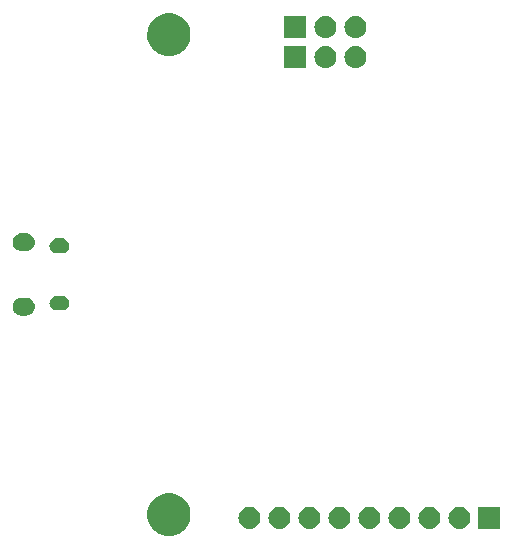
<source format=gbs>
G04 #@! TF.GenerationSoftware,KiCad,Pcbnew,5.0.1-33cea8e~68~ubuntu18.04.1*
G04 #@! TF.CreationDate,2018-12-09T10:12:36+01:00*
G04 #@! TF.ProjectId,NFC_adapter,4E46435F616461707465722E6B696361,rev?*
G04 #@! TF.SameCoordinates,PX6239c08PY7b26c20*
G04 #@! TF.FileFunction,Soldermask,Bot*
G04 #@! TF.FilePolarity,Negative*
%FSLAX46Y46*%
G04 Gerber Fmt 4.6, Leading zero omitted, Abs format (unit mm)*
G04 Created by KiCad (PCBNEW 5.0.1-33cea8e~68~ubuntu18.04.1) date ned 09 dec 2018 10:12:36 CET*
%MOMM*%
%LPD*%
G01*
G04 APERTURE LIST*
G04 #@! TA.AperFunction,NonConductor*
%ADD10C,0.100000*%
G04 #@! TD*
G04 APERTURE END LIST*
D10*
G36*
X14275327Y5622479D02*
X14540791Y5569675D01*
X14873830Y5431725D01*
X15173557Y5231454D01*
X15428454Y4976557D01*
X15628725Y4676830D01*
X15766675Y4343791D01*
X15837000Y3990239D01*
X15837000Y3629761D01*
X15766675Y3276209D01*
X15628725Y2943170D01*
X15428454Y2643443D01*
X15173557Y2388546D01*
X14873830Y2188275D01*
X14540791Y2050325D01*
X14275327Y1997521D01*
X14187241Y1980000D01*
X13826759Y1980000D01*
X13738673Y1997521D01*
X13473209Y2050325D01*
X13140170Y2188275D01*
X12840443Y2388546D01*
X12585546Y2643443D01*
X12385275Y2943170D01*
X12247325Y3276209D01*
X12177000Y3629761D01*
X12177000Y3990239D01*
X12247325Y4343791D01*
X12385275Y4676830D01*
X12585546Y4976557D01*
X12840443Y5231454D01*
X13140170Y5431725D01*
X13473209Y5569675D01*
X13738673Y5622479D01*
X13826759Y5640000D01*
X14187241Y5640000D01*
X14275327Y5622479D01*
X14275327Y5622479D01*
G37*
G36*
X42078000Y2626000D02*
X40218000Y2626000D01*
X40218000Y4486000D01*
X42078000Y4486000D01*
X42078000Y2626000D01*
X42078000Y2626000D01*
G37*
G36*
X38681006Y4483309D02*
X38790312Y4472543D01*
X38965617Y4419364D01*
X39127180Y4333008D01*
X39268791Y4216791D01*
X39385008Y4075180D01*
X39471364Y3913617D01*
X39524543Y3738312D01*
X39542499Y3556000D01*
X39524543Y3373688D01*
X39471364Y3198383D01*
X39385008Y3036820D01*
X39268791Y2895209D01*
X39127180Y2778992D01*
X38965617Y2692636D01*
X38790312Y2639457D01*
X38681006Y2628691D01*
X38653681Y2626000D01*
X38562319Y2626000D01*
X38534994Y2628691D01*
X38425688Y2639457D01*
X38250383Y2692636D01*
X38088820Y2778992D01*
X37947209Y2895209D01*
X37830992Y3036820D01*
X37744636Y3198383D01*
X37691457Y3373688D01*
X37673501Y3556000D01*
X37691457Y3738312D01*
X37744636Y3913617D01*
X37830992Y4075180D01*
X37947209Y4216791D01*
X38088820Y4333008D01*
X38250383Y4419364D01*
X38425688Y4472543D01*
X38534994Y4483309D01*
X38562319Y4486000D01*
X38653681Y4486000D01*
X38681006Y4483309D01*
X38681006Y4483309D01*
G37*
G36*
X36141006Y4483309D02*
X36250312Y4472543D01*
X36425617Y4419364D01*
X36587180Y4333008D01*
X36728791Y4216791D01*
X36845008Y4075180D01*
X36931364Y3913617D01*
X36984543Y3738312D01*
X37002499Y3556000D01*
X36984543Y3373688D01*
X36931364Y3198383D01*
X36845008Y3036820D01*
X36728791Y2895209D01*
X36587180Y2778992D01*
X36425617Y2692636D01*
X36250312Y2639457D01*
X36141006Y2628691D01*
X36113681Y2626000D01*
X36022319Y2626000D01*
X35994994Y2628691D01*
X35885688Y2639457D01*
X35710383Y2692636D01*
X35548820Y2778992D01*
X35407209Y2895209D01*
X35290992Y3036820D01*
X35204636Y3198383D01*
X35151457Y3373688D01*
X35133501Y3556000D01*
X35151457Y3738312D01*
X35204636Y3913617D01*
X35290992Y4075180D01*
X35407209Y4216791D01*
X35548820Y4333008D01*
X35710383Y4419364D01*
X35885688Y4472543D01*
X35994994Y4483309D01*
X36022319Y4486000D01*
X36113681Y4486000D01*
X36141006Y4483309D01*
X36141006Y4483309D01*
G37*
G36*
X33601006Y4483309D02*
X33710312Y4472543D01*
X33885617Y4419364D01*
X34047180Y4333008D01*
X34188791Y4216791D01*
X34305008Y4075180D01*
X34391364Y3913617D01*
X34444543Y3738312D01*
X34462499Y3556000D01*
X34444543Y3373688D01*
X34391364Y3198383D01*
X34305008Y3036820D01*
X34188791Y2895209D01*
X34047180Y2778992D01*
X33885617Y2692636D01*
X33710312Y2639457D01*
X33601006Y2628691D01*
X33573681Y2626000D01*
X33482319Y2626000D01*
X33454994Y2628691D01*
X33345688Y2639457D01*
X33170383Y2692636D01*
X33008820Y2778992D01*
X32867209Y2895209D01*
X32750992Y3036820D01*
X32664636Y3198383D01*
X32611457Y3373688D01*
X32593501Y3556000D01*
X32611457Y3738312D01*
X32664636Y3913617D01*
X32750992Y4075180D01*
X32867209Y4216791D01*
X33008820Y4333008D01*
X33170383Y4419364D01*
X33345688Y4472543D01*
X33454994Y4483309D01*
X33482319Y4486000D01*
X33573681Y4486000D01*
X33601006Y4483309D01*
X33601006Y4483309D01*
G37*
G36*
X31061006Y4483309D02*
X31170312Y4472543D01*
X31345617Y4419364D01*
X31507180Y4333008D01*
X31648791Y4216791D01*
X31765008Y4075180D01*
X31851364Y3913617D01*
X31904543Y3738312D01*
X31922499Y3556000D01*
X31904543Y3373688D01*
X31851364Y3198383D01*
X31765008Y3036820D01*
X31648791Y2895209D01*
X31507180Y2778992D01*
X31345617Y2692636D01*
X31170312Y2639457D01*
X31061006Y2628691D01*
X31033681Y2626000D01*
X30942319Y2626000D01*
X30914994Y2628691D01*
X30805688Y2639457D01*
X30630383Y2692636D01*
X30468820Y2778992D01*
X30327209Y2895209D01*
X30210992Y3036820D01*
X30124636Y3198383D01*
X30071457Y3373688D01*
X30053501Y3556000D01*
X30071457Y3738312D01*
X30124636Y3913617D01*
X30210992Y4075180D01*
X30327209Y4216791D01*
X30468820Y4333008D01*
X30630383Y4419364D01*
X30805688Y4472543D01*
X30914994Y4483309D01*
X30942319Y4486000D01*
X31033681Y4486000D01*
X31061006Y4483309D01*
X31061006Y4483309D01*
G37*
G36*
X28521006Y4483309D02*
X28630312Y4472543D01*
X28805617Y4419364D01*
X28967180Y4333008D01*
X29108791Y4216791D01*
X29225008Y4075180D01*
X29311364Y3913617D01*
X29364543Y3738312D01*
X29382499Y3556000D01*
X29364543Y3373688D01*
X29311364Y3198383D01*
X29225008Y3036820D01*
X29108791Y2895209D01*
X28967180Y2778992D01*
X28805617Y2692636D01*
X28630312Y2639457D01*
X28521006Y2628691D01*
X28493681Y2626000D01*
X28402319Y2626000D01*
X28374994Y2628691D01*
X28265688Y2639457D01*
X28090383Y2692636D01*
X27928820Y2778992D01*
X27787209Y2895209D01*
X27670992Y3036820D01*
X27584636Y3198383D01*
X27531457Y3373688D01*
X27513501Y3556000D01*
X27531457Y3738312D01*
X27584636Y3913617D01*
X27670992Y4075180D01*
X27787209Y4216791D01*
X27928820Y4333008D01*
X28090383Y4419364D01*
X28265688Y4472543D01*
X28374994Y4483309D01*
X28402319Y4486000D01*
X28493681Y4486000D01*
X28521006Y4483309D01*
X28521006Y4483309D01*
G37*
G36*
X25981006Y4483309D02*
X26090312Y4472543D01*
X26265617Y4419364D01*
X26427180Y4333008D01*
X26568791Y4216791D01*
X26685008Y4075180D01*
X26771364Y3913617D01*
X26824543Y3738312D01*
X26842499Y3556000D01*
X26824543Y3373688D01*
X26771364Y3198383D01*
X26685008Y3036820D01*
X26568791Y2895209D01*
X26427180Y2778992D01*
X26265617Y2692636D01*
X26090312Y2639457D01*
X25981006Y2628691D01*
X25953681Y2626000D01*
X25862319Y2626000D01*
X25834994Y2628691D01*
X25725688Y2639457D01*
X25550383Y2692636D01*
X25388820Y2778992D01*
X25247209Y2895209D01*
X25130992Y3036820D01*
X25044636Y3198383D01*
X24991457Y3373688D01*
X24973501Y3556000D01*
X24991457Y3738312D01*
X25044636Y3913617D01*
X25130992Y4075180D01*
X25247209Y4216791D01*
X25388820Y4333008D01*
X25550383Y4419364D01*
X25725688Y4472543D01*
X25834994Y4483309D01*
X25862319Y4486000D01*
X25953681Y4486000D01*
X25981006Y4483309D01*
X25981006Y4483309D01*
G37*
G36*
X23441006Y4483309D02*
X23550312Y4472543D01*
X23725617Y4419364D01*
X23887180Y4333008D01*
X24028791Y4216791D01*
X24145008Y4075180D01*
X24231364Y3913617D01*
X24284543Y3738312D01*
X24302499Y3556000D01*
X24284543Y3373688D01*
X24231364Y3198383D01*
X24145008Y3036820D01*
X24028791Y2895209D01*
X23887180Y2778992D01*
X23725617Y2692636D01*
X23550312Y2639457D01*
X23441006Y2628691D01*
X23413681Y2626000D01*
X23322319Y2626000D01*
X23294994Y2628691D01*
X23185688Y2639457D01*
X23010383Y2692636D01*
X22848820Y2778992D01*
X22707209Y2895209D01*
X22590992Y3036820D01*
X22504636Y3198383D01*
X22451457Y3373688D01*
X22433501Y3556000D01*
X22451457Y3738312D01*
X22504636Y3913617D01*
X22590992Y4075180D01*
X22707209Y4216791D01*
X22848820Y4333008D01*
X23010383Y4419364D01*
X23185688Y4472543D01*
X23294994Y4483309D01*
X23322319Y4486000D01*
X23413681Y4486000D01*
X23441006Y4483309D01*
X23441006Y4483309D01*
G37*
G36*
X20901006Y4483309D02*
X21010312Y4472543D01*
X21185617Y4419364D01*
X21347180Y4333008D01*
X21488791Y4216791D01*
X21605008Y4075180D01*
X21691364Y3913617D01*
X21744543Y3738312D01*
X21762499Y3556000D01*
X21744543Y3373688D01*
X21691364Y3198383D01*
X21605008Y3036820D01*
X21488791Y2895209D01*
X21347180Y2778992D01*
X21185617Y2692636D01*
X21010312Y2639457D01*
X20901006Y2628691D01*
X20873681Y2626000D01*
X20782319Y2626000D01*
X20754994Y2628691D01*
X20645688Y2639457D01*
X20470383Y2692636D01*
X20308820Y2778992D01*
X20167209Y2895209D01*
X20050992Y3036820D01*
X19964636Y3198383D01*
X19911457Y3373688D01*
X19893501Y3556000D01*
X19911457Y3738312D01*
X19964636Y3913617D01*
X20050992Y4075180D01*
X20167209Y4216791D01*
X20308820Y4333008D01*
X20470383Y4419364D01*
X20645688Y4472543D01*
X20754994Y4483309D01*
X20782319Y4486000D01*
X20873681Y4486000D01*
X20901006Y4483309D01*
X20901006Y4483309D01*
G37*
G36*
X2052806Y22169076D02*
X2195124Y22125904D01*
X2326285Y22055797D01*
X2441249Y21961449D01*
X2535597Y21846485D01*
X2605704Y21715324D01*
X2648876Y21573006D01*
X2663453Y21425000D01*
X2648876Y21276994D01*
X2605704Y21134676D01*
X2535597Y21003515D01*
X2441249Y20888551D01*
X2326285Y20794203D01*
X2195124Y20724096D01*
X2052806Y20680924D01*
X1941890Y20670000D01*
X1517710Y20670000D01*
X1406794Y20680924D01*
X1264476Y20724096D01*
X1133315Y20794203D01*
X1018351Y20888551D01*
X924003Y21003515D01*
X853896Y21134676D01*
X810724Y21276994D01*
X796147Y21425000D01*
X810724Y21573006D01*
X853896Y21715324D01*
X924003Y21846485D01*
X1018351Y21961449D01*
X1133315Y22055797D01*
X1264476Y22125904D01*
X1406794Y22169076D01*
X1517710Y22180000D01*
X1941890Y22180000D01*
X2052806Y22169076D01*
X2052806Y22169076D01*
G37*
G36*
X5053303Y22355885D02*
X5172055Y22319861D01*
X5172057Y22319860D01*
X5281503Y22261360D01*
X5377433Y22182633D01*
X5456160Y22086703D01*
X5456161Y22086701D01*
X5514661Y21977255D01*
X5550685Y21858503D01*
X5562848Y21735000D01*
X5550685Y21611497D01*
X5514661Y21492745D01*
X5514660Y21492743D01*
X5456160Y21383297D01*
X5377433Y21287367D01*
X5281503Y21208640D01*
X5281501Y21208639D01*
X5172055Y21150139D01*
X5053303Y21114115D01*
X4960750Y21105000D01*
X4498850Y21105000D01*
X4406297Y21114115D01*
X4287545Y21150139D01*
X4178099Y21208639D01*
X4178097Y21208640D01*
X4082167Y21287367D01*
X4003440Y21383297D01*
X3944940Y21492743D01*
X3944939Y21492745D01*
X3908915Y21611497D01*
X3896752Y21735000D01*
X3908915Y21858503D01*
X3944939Y21977255D01*
X4003439Y22086701D01*
X4003440Y22086703D01*
X4082167Y22182633D01*
X4178097Y22261360D01*
X4287543Y22319860D01*
X4287545Y22319861D01*
X4406297Y22355885D01*
X4498850Y22365000D01*
X4960750Y22365000D01*
X5053303Y22355885D01*
X5053303Y22355885D01*
G37*
G36*
X5053303Y27195885D02*
X5172055Y27159861D01*
X5172057Y27159860D01*
X5281503Y27101360D01*
X5377433Y27022633D01*
X5456160Y26926703D01*
X5456161Y26926701D01*
X5514661Y26817255D01*
X5550685Y26698503D01*
X5562848Y26575000D01*
X5550685Y26451497D01*
X5514661Y26332745D01*
X5514660Y26332743D01*
X5456160Y26223297D01*
X5377433Y26127367D01*
X5281503Y26048640D01*
X5281501Y26048639D01*
X5172055Y25990139D01*
X5053303Y25954115D01*
X4960750Y25945000D01*
X4498850Y25945000D01*
X4406297Y25954115D01*
X4287545Y25990139D01*
X4178099Y26048639D01*
X4178097Y26048640D01*
X4082167Y26127367D01*
X4003440Y26223297D01*
X3944940Y26332743D01*
X3944939Y26332745D01*
X3908915Y26451497D01*
X3896752Y26575000D01*
X3908915Y26698503D01*
X3944939Y26817255D01*
X4003439Y26926701D01*
X4003440Y26926703D01*
X4082167Y27022633D01*
X4178097Y27101360D01*
X4287543Y27159860D01*
X4287545Y27159861D01*
X4406297Y27195885D01*
X4498850Y27205000D01*
X4960750Y27205000D01*
X5053303Y27195885D01*
X5053303Y27195885D01*
G37*
G36*
X2052806Y27629076D02*
X2195124Y27585904D01*
X2326285Y27515797D01*
X2441249Y27421449D01*
X2535597Y27306485D01*
X2605704Y27175324D01*
X2648876Y27033006D01*
X2663453Y26885000D01*
X2648876Y26736994D01*
X2605704Y26594676D01*
X2535597Y26463515D01*
X2441249Y26348551D01*
X2326285Y26254203D01*
X2195124Y26184096D01*
X2052806Y26140924D01*
X1941890Y26130000D01*
X1517710Y26130000D01*
X1406794Y26140924D01*
X1264476Y26184096D01*
X1133315Y26254203D01*
X1018351Y26348551D01*
X924003Y26463515D01*
X853896Y26594676D01*
X810724Y26736994D01*
X796147Y26885000D01*
X810724Y27033006D01*
X853896Y27175324D01*
X924003Y27306485D01*
X1018351Y27421449D01*
X1133315Y27515797D01*
X1264476Y27585904D01*
X1406794Y27629076D01*
X1517710Y27640000D01*
X1941890Y27640000D01*
X2052806Y27629076D01*
X2052806Y27629076D01*
G37*
G36*
X25655840Y41646560D02*
X23795840Y41646560D01*
X23795840Y43506560D01*
X25655840Y43506560D01*
X25655840Y41646560D01*
X25655840Y41646560D01*
G37*
G36*
X29878846Y43503869D02*
X29988152Y43493103D01*
X30163457Y43439924D01*
X30325020Y43353568D01*
X30466631Y43237351D01*
X30582848Y43095740D01*
X30669204Y42934177D01*
X30722383Y42758872D01*
X30740339Y42576560D01*
X30722383Y42394248D01*
X30669204Y42218943D01*
X30582848Y42057380D01*
X30466631Y41915769D01*
X30325020Y41799552D01*
X30163457Y41713196D01*
X29988152Y41660017D01*
X29878846Y41649251D01*
X29851521Y41646560D01*
X29760159Y41646560D01*
X29732834Y41649251D01*
X29623528Y41660017D01*
X29448223Y41713196D01*
X29286660Y41799552D01*
X29145049Y41915769D01*
X29028832Y42057380D01*
X28942476Y42218943D01*
X28889297Y42394248D01*
X28871341Y42576560D01*
X28889297Y42758872D01*
X28942476Y42934177D01*
X29028832Y43095740D01*
X29145049Y43237351D01*
X29286660Y43353568D01*
X29448223Y43439924D01*
X29623528Y43493103D01*
X29732834Y43503869D01*
X29760159Y43506560D01*
X29851521Y43506560D01*
X29878846Y43503869D01*
X29878846Y43503869D01*
G37*
G36*
X27338846Y43503869D02*
X27448152Y43493103D01*
X27623457Y43439924D01*
X27785020Y43353568D01*
X27926631Y43237351D01*
X28042848Y43095740D01*
X28129204Y42934177D01*
X28182383Y42758872D01*
X28200339Y42576560D01*
X28182383Y42394248D01*
X28129204Y42218943D01*
X28042848Y42057380D01*
X27926631Y41915769D01*
X27785020Y41799552D01*
X27623457Y41713196D01*
X27448152Y41660017D01*
X27338846Y41649251D01*
X27311521Y41646560D01*
X27220159Y41646560D01*
X27192834Y41649251D01*
X27083528Y41660017D01*
X26908223Y41713196D01*
X26746660Y41799552D01*
X26605049Y41915769D01*
X26488832Y42057380D01*
X26402476Y42218943D01*
X26349297Y42394248D01*
X26331341Y42576560D01*
X26349297Y42758872D01*
X26402476Y42934177D01*
X26488832Y43095740D01*
X26605049Y43237351D01*
X26746660Y43353568D01*
X26908223Y43439924D01*
X27083528Y43493103D01*
X27192834Y43503869D01*
X27220159Y43506560D01*
X27311521Y43506560D01*
X27338846Y43503869D01*
X27338846Y43503869D01*
G37*
G36*
X14275327Y46262479D02*
X14540791Y46209675D01*
X14873830Y46071725D01*
X15173557Y45871454D01*
X15428454Y45616557D01*
X15628725Y45316830D01*
X15766675Y44983791D01*
X15811399Y44758943D01*
X15837000Y44630241D01*
X15837000Y44269759D01*
X15819479Y44181673D01*
X15766675Y43916209D01*
X15628725Y43583170D01*
X15428454Y43283443D01*
X15173557Y43028546D01*
X14873830Y42828275D01*
X14540791Y42690325D01*
X14275327Y42637521D01*
X14187241Y42620000D01*
X13826759Y42620000D01*
X13738673Y42637521D01*
X13473209Y42690325D01*
X13140170Y42828275D01*
X12840443Y43028546D01*
X12585546Y43283443D01*
X12385275Y43583170D01*
X12247325Y43916209D01*
X12194521Y44181673D01*
X12177000Y44269759D01*
X12177000Y44630241D01*
X12202601Y44758943D01*
X12247325Y44983791D01*
X12385275Y45316830D01*
X12585546Y45616557D01*
X12840443Y45871454D01*
X13140170Y46071725D01*
X13473209Y46209675D01*
X13738673Y46262479D01*
X13826759Y46280000D01*
X14187241Y46280000D01*
X14275327Y46262479D01*
X14275327Y46262479D01*
G37*
G36*
X29878846Y46043869D02*
X29988152Y46033103D01*
X30163457Y45979924D01*
X30325020Y45893568D01*
X30466631Y45777351D01*
X30582848Y45635740D01*
X30669204Y45474177D01*
X30722383Y45298872D01*
X30740339Y45116560D01*
X30722383Y44934248D01*
X30669204Y44758943D01*
X30582848Y44597380D01*
X30466631Y44455769D01*
X30325020Y44339552D01*
X30163457Y44253196D01*
X29988152Y44200017D01*
X29878846Y44189251D01*
X29851521Y44186560D01*
X29760159Y44186560D01*
X29732834Y44189251D01*
X29623528Y44200017D01*
X29448223Y44253196D01*
X29286660Y44339552D01*
X29145049Y44455769D01*
X29028832Y44597380D01*
X28942476Y44758943D01*
X28889297Y44934248D01*
X28871341Y45116560D01*
X28889297Y45298872D01*
X28942476Y45474177D01*
X29028832Y45635740D01*
X29145049Y45777351D01*
X29286660Y45893568D01*
X29448223Y45979924D01*
X29623528Y46033103D01*
X29732834Y46043869D01*
X29760159Y46046560D01*
X29851521Y46046560D01*
X29878846Y46043869D01*
X29878846Y46043869D01*
G37*
G36*
X27338846Y46043869D02*
X27448152Y46033103D01*
X27623457Y45979924D01*
X27785020Y45893568D01*
X27926631Y45777351D01*
X28042848Y45635740D01*
X28129204Y45474177D01*
X28182383Y45298872D01*
X28200339Y45116560D01*
X28182383Y44934248D01*
X28129204Y44758943D01*
X28042848Y44597380D01*
X27926631Y44455769D01*
X27785020Y44339552D01*
X27623457Y44253196D01*
X27448152Y44200017D01*
X27338846Y44189251D01*
X27311521Y44186560D01*
X27220159Y44186560D01*
X27192834Y44189251D01*
X27083528Y44200017D01*
X26908223Y44253196D01*
X26746660Y44339552D01*
X26605049Y44455769D01*
X26488832Y44597380D01*
X26402476Y44758943D01*
X26349297Y44934248D01*
X26331341Y45116560D01*
X26349297Y45298872D01*
X26402476Y45474177D01*
X26488832Y45635740D01*
X26605049Y45777351D01*
X26746660Y45893568D01*
X26908223Y45979924D01*
X27083528Y46033103D01*
X27192834Y46043869D01*
X27220159Y46046560D01*
X27311521Y46046560D01*
X27338846Y46043869D01*
X27338846Y46043869D01*
G37*
G36*
X25655840Y44186560D02*
X23795840Y44186560D01*
X23795840Y46046560D01*
X25655840Y46046560D01*
X25655840Y44186560D01*
X25655840Y44186560D01*
G37*
M02*

</source>
